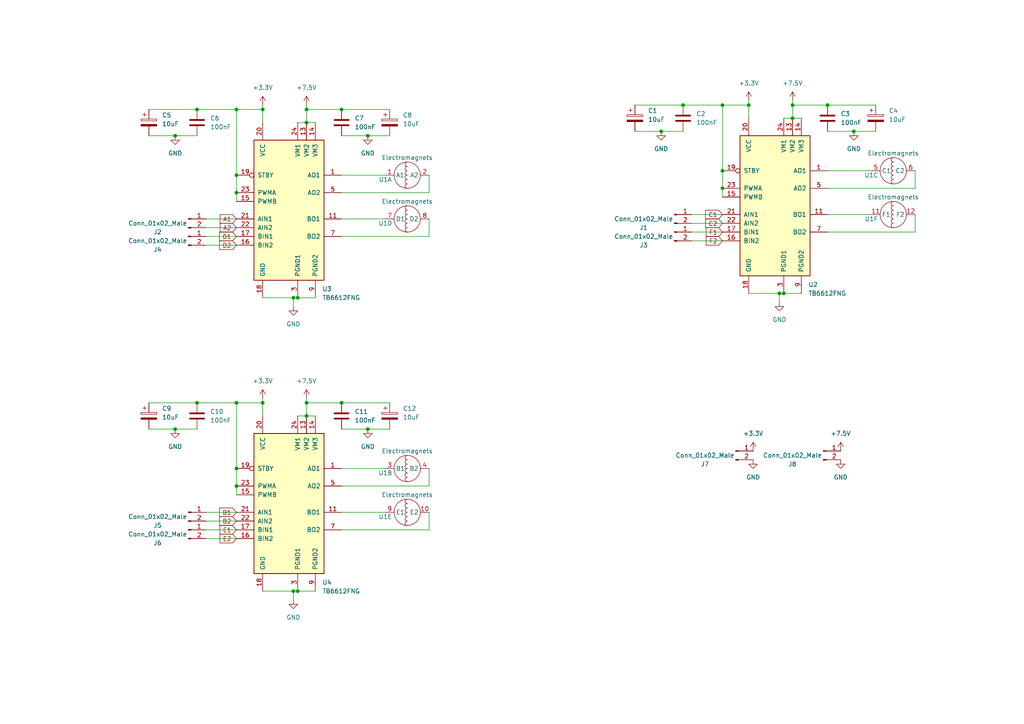
<source format=kicad_sch>
(kicad_sch (version 20250114) (generator "eeschema") (generator_version "9.0")
  (paper "A4")
  (lib_symbols
    (symbol "Connector:Conn_01x02_Male" (pin_names (offset 1.016) (hide yes))
      (property "Reference" "J" (at 0 2.54 0))
      (property "Value" "Conn_01x02_Male" (at 0 -5.08 0))
      (symbol "Conn_01x02_Male_1_1"
        (rectangle (start 0.8636 0.127) (end 0 -0.127) (stroke (width 0.1524)) (fill (type outline)))
        (rectangle (start 0.8636 -2.413) (end 0 -2.667) (stroke (width 0.1524)) (fill (type outline)))
        (polyline (pts (xy 1.27 0) (xy 0.8636 0)) (stroke (width 0.1524)))
        (polyline (pts (xy 1.27 -2.54) (xy 0.8636 -2.54)) (stroke (width 0.1524)))
        (pin passive line (at 5.08 0 180) (length 3.81) (name "Pin_1") (number "1"))
        (pin passive line (at 5.08 -2.54 180) (length 3.81) (name "Pin_2") (number "2"))
      )
    )
    (symbol "Device:C" (pin_numbers (hide yes)) (pin_names (offset 0.254))
      (property "Reference" "C" (at 0.635 2.54 0))
      (property "Value" "C" (at 0.635 -2.54 0))
      (symbol "C_0_1"
        (polyline (pts (xy -2.032 0.762) (xy 2.032 0.762)) (stroke (width 0.508)))
        (polyline (pts (xy -2.032 -0.762) (xy 2.032 -0.762)) (stroke (width 0.508)))
      )
      (symbol "C_1_1"
        (pin passive line (at 0 3.81 270) (length 2.794) (name "~") (number "1"))
        (pin passive line (at 0 -3.81 90) (length 2.794) (name "~") (number "2"))
      )
    )
    (symbol "Device:C_Polarized" (pin_numbers (hide yes)) (pin_names (offset 0.254))
      (property "Reference" "C" (at 0.635 2.54 0))
      (property "Value" "C_Polarized" (at 0.635 -2.54 0))
      (symbol "C_Polarized_0_1"
        (rectangle (start -2.286 0.508) (end 2.286 1.016))
        (polyline (pts (xy -1.778 2.286) (xy -0.762 2.286)))
        (polyline (pts (xy -1.27 2.794) (xy -1.27 1.778)))
        (rectangle (start 2.286 -0.508) (end -2.286 -1.016) (fill (type outline)))
      )
      (symbol "C_Polarized_1_1"
        (pin passive line (at 0 3.81 270) (length 2.794) (name "~") (number "1"))
        (pin passive line (at 0 -3.81 90) (length 2.794) (name "~") (number "2"))
      )
    )
    (symbol "Driver_Motor:TB6612FNG" (pin_names (offset 1.016))
      (property "Reference" "U" (at 11.43 17.78 0))
      (property "Value" "TB6612FNG" (at 11.43 15.24 0))
      (symbol "TB6612FNG_0_1"
        (rectangle (start -10.16 20.32) (end 10.16 -20.32) (stroke (width 0.254)) (fill (type background)))
      )
      (symbol "TB6612FNG_1_1"
        (pin input inverted (at -15.24 10.16 0) (length 5.08) (name "STBY") (number "19"))
        (pin input line (at -15.24 5.08 0) (length 5.08) (name "PWMA") (number "23"))
        (pin input line (at -15.24 2.54 0) (length 5.08) (name "PWMB") (number "15"))
        (pin input line (at -15.24 -2.54 0) (length 5.08) (name "AIN1") (number "21"))
        (pin input line (at -15.24 -5.08 0) (length 5.08) (name "AIN2") (number "22"))
        (pin input line (at -15.24 -7.62 0) (length 5.08) (name "BIN1") (number "17"))
        (pin input line (at -15.24 -10.16 0) (length 5.08) (name "BIN2") (number "16"))
        (pin power_in line (at -7.62 25.4 270) (length 5.08) (name "VCC") (number "20"))
        (pin power_in line (at -7.62 -25.4 90) (length 5.08) (name "GND") (number "18"))
        (pin power_in line (at 2.54 25.4 270) (length 5.08) (name "VM1") (number "24"))
        (pin power_in line (at 2.54 -25.4 90) (length 5.08) (name "PGND1") (number "3"))
        (pin passive line (at 2.54 -25.4 90) (length 5.08) (hide yes) (name "PGND1") (number "4"))
        (pin power_in line (at 5.08 25.4 270) (length 5.08) (name "VM2") (number "13"))
        (pin power_in line (at 7.62 25.4 270) (length 5.08) (name "VM3") (number "14"))
        (pin passive line (at 7.62 -25.4 90) (length 5.08) (hide yes) (name "PGND2") (number "10"))
        (pin power_in line (at 7.62 -25.4 90) (length 5.08) (name "PGND2") (number "9"))
        (pin output line (at 15.24 10.16 180) (length 5.08) (name "AO1") (number "1"))
        (pin passive line (at 15.24 10.16 180) (length 5.08) (hide yes) (name "AO1") (number "2"))
        (pin output line (at 15.24 5.08 180) (length 5.08) (name "AO2") (number "5"))
        (pin passive line (at 15.24 5.08 180) (length 5.08) (hide yes) (name "AO2") (number "6"))
        (pin output line (at 15.24 -2.54 180) (length 5.08) (name "BO1") (number "11"))
        (pin passive line (at 15.24 -2.54 180) (length 5.08) (hide yes) (name "BO1") (number "12"))
        (pin output line (at 15.24 -7.62 180) (length 5.08) (name "BO2") (number "7"))
        (pin passive line (at 15.24 -7.62 180) (length 5.08) (hide yes) (name "BO2") (number "8"))
      )
    )
    (symbol "Tesis:Electromagnets"
      (property "Reference" "U" (at 5.08 -1.27 0))
      (property "Value" "Electromagnets" (at 0 1.27 0))
      (symbol "Electromagnets_0_1"
        (arc (start 0 -1.27) (mid 0.6021 -1.905) (end 0 -2.54))
        (arc (start 0 -3.81) (mid 0.6021 -4.445) (end 0 -5.08))
        (arc (start 0 -6.35) (mid 0.6021 -6.985) (end 0 -7.62))
        (arc (start 0 -2.54) (mid 0.6238 -3.175) (end 0 -3.81))
        (arc (start 0 -5.08) (mid 0.6238 -5.715) (end 0 -6.35))
        (arc (start 0 -7.62) (mid 0.6238 -8.255) (end 0 -8.89))
        (circle (center 0 -5.08) (radius 3.81))
      )
      (symbol "Electromagnets_1_1"
        (pin passive line (at -6.35 -5.08 0) (length 2.54) (name "A2") (number "2"))
        (pin passive line (at 6.35 -5.08 180) (length 2.54) (name "A1") (number "1"))
      )
      (symbol "Electromagnets_2_1"
        (pin passive line (at -6.35 -5.08 0) (length 2.54) (name "B2") (number "4"))
        (pin passive line (at 6.35 -5.08 180) (length 2.54) (name "B1") (number "3"))
      )
      (symbol "Electromagnets_3_1"
        (pin passive line (at -6.35 -5.08 0) (length 2.54) (name "C2") (number "6"))
        (pin passive line (at 6.35 -5.08 180) (length 2.54) (name "C1") (number "5"))
      )
      (symbol "Electromagnets_4_1"
        (pin passive line (at -6.35 -5.08 0) (length 2.54) (name "D2") (number "8"))
        (pin passive line (at 6.35 -5.08 180) (length 2.54) (name "D1") (number "7"))
      )
      (symbol "Electromagnets_5_1"
        (pin passive line (at -6.35 -5.08 0) (length 2.54) (name "E2") (number "10"))
        (pin passive line (at 6.35 -5.08 180) (length 2.54) (name "E1") (number "9"))
      )
      (symbol "Electromagnets_6_1"
        (pin passive line (at -6.35 -5.08 0) (length 2.54) (name "F2") (number "12"))
        (pin passive line (at 6.35 -5.08 180) (length 2.54) (name "F1") (number "11"))
      )
    )
    (symbol "power:+3.3V" (power) (pin_names (offset 0))
      (property "Value" "+3.3V" (at 0 3.556 0))
      (symbol "+3.3V_0_1"
        (polyline (pts (xy -0.762 1.27) (xy 0 2.54)))
        (polyline (pts (xy 0 2.54) (xy 0.762 1.27)))
        (polyline (pts (xy 0 0) (xy 0 2.54)))
      )
      (symbol "+3.3V_1_1"
        (pin power_in line (at 0 0 90) (length 0) (hide yes) (name "+3.3V") (number "1"))
      )
    )
    (symbol "power:+7.5V" (power) (pin_names (offset 0))
      (property "Value" "+7.5V" (at 0 3.556 0))
      (symbol "+7.5V_0_1"
        (polyline (pts (xy -0.762 1.27) (xy 0 2.54)))
        (polyline (pts (xy 0 2.54) (xy 0.762 1.27)))
        (polyline (pts (xy 0 0) (xy 0 2.54)))
      )
      (symbol "+7.5V_1_1"
        (pin power_in line (at 0 0 90) (length 0) (hide yes) (name "+7.5V") (number "1"))
      )
    )
    (symbol "power:GND" (power) (pin_names (offset 0))
      (property "Value" "GND" (at 0 -3.81 0))
      (symbol "GND_0_1"
        (polyline (pts (xy 0 0) (xy 0 -1.27) (xy 1.27 -1.27) (xy 0 -2.54) (xy -1.27 -1.27) (xy 0 -1.27)))
      )
      (symbol "GND_1_1"
        (pin power_in line (at 0 0 270) (length 0) (hide yes) (name "GND") (number "1"))
      )
    )
  )
  (junction (at 88.9 35.56))
  (junction (at 68.58 140.97))
  (junction (at 85.09 86.36))
  (junction (at 226.06 85.09))
  (junction (at 209.55 49.53))
  (junction (at 191.77 38.1))
  (junction (at 57.15 116.84))
  (junction (at 198.12 30.48))
  (junction (at 50.8 124.46))
  (junction (at 88.9 116.84))
  (junction (at 50.8 39.37))
  (junction (at 88.9 120.65))
  (junction (at 209.55 54.61))
  (junction (at 229.87 34.29))
  (junction (at 99.06 116.84))
  (junction (at 76.2 31.75))
  (junction (at 68.58 135.89))
  (junction (at 85.09 171.45))
  (junction (at 217.17 30.48))
  (junction (at 106.68 124.46))
  (junction (at 106.68 39.37))
  (junction (at 247.65 38.1))
  (junction (at 227.33 85.09))
  (junction (at 86.36 171.45))
  (junction (at 76.2 116.84))
  (junction (at 68.58 50.8))
  (junction (at 68.58 116.84))
  (junction (at 99.06 31.75))
  (junction (at 229.87 30.48))
  (junction (at 86.36 86.36))
  (junction (at 240.03 30.48))
  (junction (at 68.58 31.75))
  (junction (at 88.9 31.75))
  (junction (at 68.58 55.88))
  (junction (at 209.55 30.48))
  (junction (at 57.15 31.75))
  (wire (pts (xy 265.43 67.31) (xy 240.03 67.31)))
  (wire (pts (xy 59.69 148.59) (xy 68.58 148.59)))
  (wire (pts (xy 240.03 30.48) (xy 254 30.48)))
  (wire (pts (xy 43.18 124.46) (xy 50.8 124.46)))
  (wire (pts (xy 229.87 29.21) (xy 229.87 30.48)))
  (wire (pts (xy 265.43 62.23) (xy 265.43 67.31)))
  (wire (pts (xy 50.8 39.37) (xy 57.15 39.37)))
  (wire (pts (xy 59.69 63.5) (xy 68.58 63.5)))
  (wire (pts (xy 85.09 171.45) (xy 86.36 171.45)))
  (wire (pts (xy 68.58 58.42) (xy 68.58 55.88)))
  (wire (pts (xy 217.17 29.21) (xy 217.17 30.48)))
  (wire (pts (xy 85.09 173.99) (xy 85.09 171.45)))
  (wire (pts (xy 209.55 54.61) (xy 209.55 49.53)))
  (wire (pts (xy 124.46 63.5) (xy 124.46 68.58)))
  (wire (pts (xy 88.9 31.75) (xy 88.9 35.56)))
  (wire (pts (xy 99.06 135.89) (xy 111.76 135.89)))
  (wire (pts (xy 68.58 55.88) (xy 68.58 50.8)))
  (wire (pts (xy 59.69 71.12) (xy 68.58 71.12)))
  (wire (pts (xy 124.46 153.67) (xy 99.06 153.67)))
  (wire (pts (xy 124.46 68.58) (xy 99.06 68.58)))
  (wire (pts (xy 99.06 63.5) (xy 111.76 63.5)))
  (wire (pts (xy 43.18 31.75) (xy 57.15 31.75)))
  (wire (pts (xy 124.46 140.97) (xy 124.46 135.89)))
  (wire (pts (xy 68.58 116.84) (xy 68.58 135.89)))
  (wire (pts (xy 88.9 31.75) (xy 99.06 31.75)))
  (wire (pts (xy 217.17 30.48) (xy 217.17 34.29)))
  (wire (pts (xy 265.43 49.53) (xy 265.43 54.61)))
  (wire (pts (xy 209.55 49.53) (xy 209.55 30.48)))
  (wire (pts (xy 240.03 54.61) (xy 265.43 54.61)))
  (wire (pts (xy 76.2 31.75) (xy 76.2 35.56)))
  (wire (pts (xy 57.15 116.84) (xy 68.58 116.84)))
  (wire (pts (xy 247.65 38.1) (xy 240.03 38.1)))
  (wire (pts (xy 209.55 57.15) (xy 209.55 54.61)))
  (wire (pts (xy 99.06 31.75) (xy 113.03 31.75)))
  (wire (pts (xy 68.58 140.97) (xy 68.58 135.89)))
  (wire (pts (xy 88.9 120.65) (xy 91.44 120.65)))
  (wire (pts (xy 68.58 50.8) (xy 68.58 31.75)))
  (wire (pts (xy 86.36 86.36) (xy 91.44 86.36)))
  (wire (pts (xy 76.2 115.57) (xy 76.2 116.84)))
  (wire (pts (xy 88.9 116.84) (xy 99.06 116.84)))
  (wire (pts (xy 59.69 68.58) (xy 68.58 68.58)))
  (wire (pts (xy 43.18 116.84) (xy 57.15 116.84)))
  (wire (pts (xy 198.12 30.48) (xy 209.55 30.48)))
  (wire (pts (xy 99.06 148.59) (xy 111.76 148.59)))
  (wire (pts (xy 86.36 120.65) (xy 88.9 120.65)))
  (wire (pts (xy 191.77 38.1) (xy 198.12 38.1)))
  (wire (pts (xy 59.69 66.04) (xy 68.58 66.04)))
  (wire (pts (xy 57.15 31.75) (xy 68.58 31.75)))
  (wire (pts (xy 76.2 31.75) (xy 76.2 30.48)))
  (wire (pts (xy 229.87 30.48) (xy 240.03 30.48)))
  (wire (pts (xy 226.06 85.09) (xy 227.33 85.09)))
  (wire (pts (xy 86.36 35.56) (xy 88.9 35.56)))
  (wire (pts (xy 106.68 124.46) (xy 99.06 124.46)))
  (wire (pts (xy 76.2 86.36) (xy 85.09 86.36)))
  (wire (pts (xy 200.66 67.31) (xy 209.55 67.31)))
  (wire (pts (xy 85.09 86.36) (xy 86.36 86.36)))
  (wire (pts (xy 88.9 116.84) (xy 88.9 120.65)))
  (wire (pts (xy 68.58 116.84) (xy 76.2 116.84)))
  (wire (pts (xy 200.66 69.85) (xy 209.55 69.85)))
  (wire (pts (xy 247.65 38.1) (xy 254 38.1)))
  (wire (pts (xy 240.03 49.53) (xy 252.73 49.53)))
  (wire (pts (xy 209.55 30.48) (xy 217.17 30.48)))
  (wire (pts (xy 184.15 38.1) (xy 191.77 38.1)))
  (wire (pts (xy 106.68 39.37) (xy 113.03 39.37)))
  (wire (pts (xy 200.66 64.77) (xy 209.55 64.77)))
  (wire (pts (xy 106.68 124.46) (xy 113.03 124.46)))
  (wire (pts (xy 88.9 31.75) (xy 88.9 30.48)))
  (wire (pts (xy 200.66 62.23) (xy 209.55 62.23)))
  (wire (pts (xy 124.46 55.88) (xy 124.46 50.8)))
  (wire (pts (xy 59.69 156.21) (xy 68.58 156.21)))
  (wire (pts (xy 226.06 87.63) (xy 226.06 85.09)))
  (wire (pts (xy 240.03 62.23) (xy 252.73 62.23)))
  (wire (pts (xy 68.58 31.75) (xy 76.2 31.75)))
  (wire (pts (xy 229.87 34.29) (xy 232.41 34.29)))
  (wire (pts (xy 99.06 116.84) (xy 113.03 116.84)))
  (wire (pts (xy 59.69 151.13) (xy 68.58 151.13)))
  (wire (pts (xy 86.36 171.45) (xy 91.44 171.45)))
  (wire (pts (xy 43.18 39.37) (xy 50.8 39.37)))
  (wire (pts (xy 68.58 143.51) (xy 68.58 140.97)))
  (wire (pts (xy 88.9 35.56) (xy 91.44 35.56)))
  (wire (pts (xy 229.87 30.48) (xy 229.87 34.29)))
  (wire (pts (xy 76.2 116.84) (xy 76.2 120.65)))
  (wire (pts (xy 76.2 171.45) (xy 85.09 171.45)))
  (wire (pts (xy 85.09 88.9) (xy 85.09 86.36)))
  (wire (pts (xy 99.06 55.88) (xy 124.46 55.88)))
  (wire (pts (xy 106.68 39.37) (xy 99.06 39.37)))
  (wire (pts (xy 227.33 85.09) (xy 232.41 85.09)))
  (wire (pts (xy 99.06 140.97) (xy 124.46 140.97)))
  (wire (pts (xy 99.06 50.8) (xy 111.76 50.8)))
  (wire (pts (xy 184.15 30.48) (xy 198.12 30.48)))
  (wire (pts (xy 88.9 115.57) (xy 88.9 116.84)))
  (wire (pts (xy 50.8 124.46) (xy 57.15 124.46)))
  (wire (pts (xy 124.46 148.59) (xy 124.46 153.67)))
  (wire (pts (xy 217.17 85.09) (xy 226.06 85.09)))
  (wire (pts (xy 59.69 153.67) (xy 68.58 153.67)))
  (wire (pts (xy 227.33 34.29) (xy 229.87 34.29)))
  (global_label "F1" (shape input) (at 209.55 67.31 180) (property "Intersheetrefs" "${INTERSHEET_REFS}" (effects (hide yes))))
  (global_label "D1" (shape input) (at 68.58 68.58 180) (property "Intersheetrefs" "${INTERSHEET_REFS}" (effects (hide yes))))
  (global_label "D2" (shape input) (at 68.58 71.12 180) (property "Intersheetrefs" "${INTERSHEET_REFS}" (effects (hide yes))))
  (global_label "F2" (shape input) (at 209.55 69.85 180) (property "Intersheetrefs" "${INTERSHEET_REFS}" (effects (hide yes))))
  (global_label "E1" (shape input) (at 68.58 153.67 180) (property "Intersheetrefs" "${INTERSHEET_REFS}" (effects (hide yes))))
  (global_label "A2" (shape input) (at 68.58 66.04 180) (property "Intersheetrefs" "${INTERSHEET_REFS}" (effects (hide yes))))
  (global_label "B2" (shape input) (at 68.58 151.13 180) (property "Intersheetrefs" "${INTERSHEET_REFS}" (effects (hide yes))))
  (global_label "E2" (shape input) (at 68.58 156.21 180) (property "Intersheetrefs" "${INTERSHEET_REFS}" (effects (hide yes))))
  (global_label "A1" (shape input) (at 68.58 63.5 180) (property "Intersheetrefs" "${INTERSHEET_REFS}" (effects (hide yes))))
  (global_label "B1" (shape input) (at 68.58 148.59 180) (property "Intersheetrefs" "${INTERSHEET_REFS}" (effects (hide yes))))
  (global_label "C2" (shape input) (at 209.55 64.77 180) (property "Intersheetrefs" "${INTERSHEET_REFS}" (effects (hide yes))))
  (global_label "C1" (shape input) (at 209.55 62.23 180) (property "Intersheetrefs" "${INTERSHEET_REFS}" (effects (hide yes))))
  (symbol (lib_id "power:+3.3V") (at 217.17 29.21 0) (unit 1)
    (property "Reference" "#PWR01" (effects (hide yes)))
    (property "Value" "+3.3V" (at 217.17 24.13 0))
  )
  (symbol (lib_id "Connector:Conn_01x02_Male") (at 54.61 63.5 0) (unit 1)
    (property "Reference" "J2" (at 45.72 67.31 0))
    (property "Value" "Conn_01x02_Male" (at 45.72 64.77 0))
    (property "Footprint" "Connector_PinHeader_2.54mm:PinHeader_1x02_P2.54mm_Vertical" (effects (hide yes)))
  )
  (symbol (lib_id "power:GND") (at 50.8 124.46 0) (unit 1)
    (property "Reference" "#PWR0102" (effects (hide yes)))
    (property "Value" "GND" (at 50.8 129.54 0))
  )
  (symbol (lib_id "Device:C_Polarized") (at 254 34.29 0) (unit 1)
    (property "Reference" "C4" (at 257.81 32.1309 0) (effects (justify left)))
    (property "Value" "10uF" (at 257.81 34.6709 0) (effects (justify left)))
    (property "Footprint" "Capacitor_SMD:C_0603_1608Metric_Pad1.08x0.95mm_HandSolder" (effects (hide yes)))
  )
  (symbol (lib_id "Device:C_Polarized") (at 43.18 120.65 0) (unit 1)
    (property "Reference" "C9" (at 46.99 118.4909 0) (effects (justify left)))
    (property "Value" "10uF" (at 46.99 121.0309 0) (effects (justify left)))
    (property "Footprint" "Capacitor_SMD:C_0603_1608Metric_Pad1.08x0.95mm_HandSolder" (effects (hide yes)))
  )
  (symbol (lib_id "Driver_Motor:TB6612FNG") (at 83.82 146.05 0) (unit 1)
    (property "Reference" "U4" (at 93.4594 168.91 0) (effects (justify left)))
    (property "Value" "TB6612FNG" (at 93.4594 171.45 0) (effects (justify left)))
    (property "Footprint" "Package_SO:SSOP-24_5.3x8.2mm_P0.65mm" (effects (hide yes)))
    (property "Datasheet" "https://toshiba.semicon-storage.com/us/product/linear/motordriver/detail.TB6612FNG.html" (effects (hide yes)))
  )
  (symbol (lib_id "Device:C_Polarized") (at 43.18 35.56 0) (unit 1)
    (property "Reference" "C5" (at 46.99 33.4009 0) (effects (justify left)))
    (property "Value" "10uF" (at 46.99 35.9409 0) (effects (justify left)))
    (property "Footprint" "Capacitor_SMD:C_0603_1608Metric_Pad1.08x0.95mm_HandSolder" (effects (hide yes)))
  )
  (symbol (lib_id "power:+3.3V") (at 76.2 115.57 0) (unit 1)
    (property "Reference" "#PWR011" (effects (hide yes)))
    (property "Value" "+3.3V" (at 76.2 110.49 0))
  )
  (symbol (lib_id "Connector:Conn_01x02_Male") (at 54.61 148.59 0) (unit 1)
    (property "Reference" "J5" (at 45.72 152.4 0))
    (property "Value" "Conn_01x02_Male" (at 45.72 149.86 0))
    (property "Footprint" "Connector_PinHeader_2.54mm:PinHeader_1x02_P2.54mm_Vertical" (effects (hide yes)))
  )
  (symbol (lib_id "power:+7.5V") (at 88.9 115.57 0) (unit 1)
    (property "Reference" "#PWR012" (effects (hide yes)))
    (property "Value" "+7.5V" (at 88.9 110.49 0))
  )
  (symbol (lib_id "Tesis:Electromagnets") (at 118.11 143.51 0) (mirror y) (unit 5)
    (property "Reference" "U1" (at 111.76 149.86 0))
    (property "Value" "Electromagnets" (at 118.11 143.51 0))
    (property "Footprint" "Tesis:Electromagnets" (effects (hide yes)))
  )
  (symbol (lib_id "power:GND") (at 85.09 88.9 0) (unit 1)
    (property "Reference" "#PWR010" (effects (hide yes)))
    (property "Value" "GND" (at 85.09 93.98 0))
  )
  (symbol (lib_id "Connector:Conn_01x02_Male") (at 195.58 62.23 0) (unit 1)
    (property "Reference" "J1" (at 186.69 66.04 0))
    (property "Value" "Conn_01x02_Male" (at 186.69 63.5 0))
    (property "Footprint" "Connector_PinHeader_2.54mm:PinHeader_1x02_P2.54mm_Vertical" (effects (hide yes)))
  )
  (symbol (lib_id "Device:C") (at 198.12 34.29 0) (unit 1)
    (property "Reference" "C2" (at 201.93 33.0199 0) (effects (justify left)))
    (property "Value" "100nF" (at 201.93 35.5599 0) (effects (justify left)))
    (property "Footprint" "Capacitor_SMD:C_0603_1608Metric_Pad1.08x0.95mm_HandSolder" (effects (hide yes)))
  )
  (symbol (lib_id "Device:C_Polarized") (at 184.15 34.29 0) (unit 1)
    (property "Reference" "C1" (at 187.96 32.1309 0) (effects (justify left)))
    (property "Value" "10uF" (at 187.96 34.6709 0) (effects (justify left)))
    (property "Footprint" "Capacitor_SMD:C_0603_1608Metric_Pad1.08x0.95mm_HandSolder" (effects (hide yes)))
  )
  (symbol (lib_id "Device:C") (at 99.06 35.56 0) (unit 1)
    (property "Reference" "C7" (at 102.87 34.2899 0) (effects (justify left)))
    (property "Value" "100nF" (at 102.87 36.8299 0) (effects (justify left)))
    (property "Footprint" "Capacitor_SMD:C_0603_1608Metric_Pad1.08x0.95mm_HandSolder" (effects (hide yes)))
  )
  (symbol (lib_id "power:GND") (at 226.06 87.63 0) (unit 1)
    (property "Reference" "#PWR09" (effects (hide yes)))
    (property "Value" "GND" (at 226.06 92.71 0))
  )
  (symbol (lib_id "Connector:Conn_01x02_Male") (at 54.61 68.58 0) (unit 1)
    (property "Reference" "J4" (at 45.72 72.39 0))
    (property "Value" "Conn_01x02_Male" (at 45.72 69.85 0))
    (property "Footprint" "Connector_PinHeader_2.54mm:PinHeader_1x02_P2.54mm_Vertical" (effects (hide yes)))
  )
  (symbol (lib_id "power:GND") (at 191.77 38.1 0) (unit 1)
    (property "Reference" "#PWR0101" (effects (hide yes)))
    (property "Value" "GND" (at 191.77 43.18 0))
  )
  (symbol (lib_id "Driver_Motor:TB6612FNG") (at 83.82 60.96 0) (unit 1)
    (property "Reference" "U3" (at 93.4594 83.82 0) (effects (justify left)))
    (property "Value" "TB6612FNG" (at 93.4594 86.36 0) (effects (justify left)))
    (property "Footprint" "Package_SO:SSOP-24_5.3x8.2mm_P0.65mm" (effects (hide yes)))
    (property "Datasheet" "https://toshiba.semicon-storage.com/us/product/linear/motordriver/detail.TB6612FNG.html" (effects (hide yes)))
  )
  (symbol (lib_id "power:+7.5V") (at 88.9 30.48 0) (unit 1)
    (property "Reference" "#PWR04" (effects (hide yes)))
    (property "Value" "+7.5V" (at 88.9 25.4 0))
  )
  (symbol (lib_id "Device:C_Polarized") (at 113.03 120.65 0) (unit 1)
    (property "Reference" "C12" (at 116.84 118.4909 0) (effects (justify left)))
    (property "Value" "10uF" (at 116.84 121.0309 0) (effects (justify left)))
    (property "Footprint" "Capacitor_SMD:C_0603_1608Metric_Pad1.08x0.95mm_HandSolder" (effects (hide yes)))
  )
  (symbol (lib_id "Device:C_Polarized") (at 113.03 35.56 0) (unit 1)
    (property "Reference" "C8" (at 116.84 33.4009 0) (effects (justify left)))
    (property "Value" "10uF" (at 116.84 35.9409 0) (effects (justify left)))
    (property "Footprint" "Capacitor_SMD:C_0603_1608Metric_Pad1.08x0.95mm_HandSolder" (effects (hide yes)))
  )
  (symbol (lib_id "power:GND") (at 106.68 124.46 0) (unit 1)
    (property "Reference" "#PWR0103" (effects (hide yes)))
    (property "Value" "GND" (at 106.68 129.54 0))
  )
  (symbol (lib_id "Device:C") (at 99.06 120.65 0) (unit 1)
    (property "Reference" "C11" (at 102.87 119.3799 0) (effects (justify left)))
    (property "Value" "100nF" (at 102.87 121.9199 0) (effects (justify left)))
    (property "Footprint" "Capacitor_SMD:C_0603_1608Metric_Pad1.08x0.95mm_HandSolder" (effects (hide yes)))
  )
  (symbol (lib_id "Connector:Conn_01x02_Male") (at 238.76 130.81 0) (unit 1)
    (property "Reference" "J8" (at 229.87 134.62 0))
    (property "Value" "Conn_01x02_Male" (at 229.87 132.08 0))
    (property "Footprint" "Connector_PinHeader_2.54mm:PinHeader_1x02_P2.54mm_Vertical" (effects (hide yes)))
  )
  (symbol (lib_id "Device:C") (at 240.03 34.29 0) (unit 1)
    (property "Reference" "C3" (at 243.84 33.0199 0) (effects (justify left)))
    (property "Value" "100nF" (at 243.84 35.5599 0) (effects (justify left)))
    (property "Footprint" "Capacitor_SMD:C_0603_1608Metric_Pad1.08x0.95mm_HandSolder" (effects (hide yes)))
  )
  (symbol (lib_id "power:GND") (at 85.09 173.99 0) (unit 1)
    (property "Reference" "#PWR015" (effects (hide yes)))
    (property "Value" "GND" (at 85.09 179.07 0))
  )
  (symbol (lib_id "Driver_Motor:TB6612FNG") (at 224.79 59.69 0) (unit 1)
    (property "Reference" "U2" (at 234.4294 82.55 0) (effects (justify left)))
    (property "Value" "TB6612FNG" (at 234.4294 85.09 0) (effects (justify left)))
    (property "Footprint" "Package_SO:SSOP-24_5.3x8.2mm_P0.65mm" (effects (hide yes)))
    (property "Datasheet" "https://toshiba.semicon-storage.com/us/product/linear/motordriver/detail.TB6612FNG.html" (effects (hide yes)))
  )
  (symbol (lib_id "Connector:Conn_01x02_Male") (at 195.58 67.31 0) (unit 1)
    (property "Reference" "J3" (at 186.69 71.12 0))
    (property "Value" "Conn_01x02_Male" (at 186.69 68.58 0))
    (property "Footprint" "Connector_PinHeader_2.54mm:PinHeader_1x02_P2.54mm_Vertical" (effects (hide yes)))
  )
  (symbol (lib_id "Tesis:Electromagnets") (at 259.08 54.61 180) (unit 3)
    (property "Reference" "U1" (at 252.73 50.8 0))
    (property "Value" "Electromagnets" (at 259.08 44.45 0))
    (property "Footprint" "Tesis:Electromagnets" (effects (hide yes)))
  )
  (symbol (lib_id "Tesis:Electromagnets") (at 118.11 58.42 0) (mirror y) (unit 4)
    (property "Reference" "U1" (at 111.76 64.77 0))
    (property "Value" "Electromagnets" (at 118.11 58.42 0))
    (property "Footprint" "Tesis:Electromagnets" (effects (hide yes)))
  )
  (symbol (lib_id "power:+7.5V") (at 243.84 130.81 0) (unit 1)
    (property "Reference" "#PWR0106" (effects (hide yes)))
    (property "Value" "+7.5V" (at 243.84 125.73 0))
  )
  (symbol (lib_id "power:GND") (at 106.68 39.37 0) (unit 1)
    (property "Reference" "#PWR08" (effects (hide yes)))
    (property "Value" "GND" (at 106.68 44.45 0))
  )
  (symbol (lib_id "power:+3.3V") (at 218.44 130.81 0) (unit 1)
    (property "Reference" "#PWR0107" (effects (hide yes)))
    (property "Value" "+3.3V" (at 218.44 125.73 0))
  )
  (symbol (lib_id "Tesis:Electromagnets") (at 118.11 140.97 180) (unit 2)
    (property "Reference" "U1" (at 111.76 137.16 0))
    (property "Value" "Electromagnets" (at 118.11 130.81 0))
    (property "Footprint" "Tesis:Electromagnets" (effects (hide yes)))
  )
  (symbol (lib_id "power:GND") (at 243.84 133.35 0) (unit 1)
    (property "Reference" "#PWR0108" (effects (hide yes)))
    (property "Value" "GND" (at 243.84 138.43 0))
  )
  (symbol (lib_id "power:GND") (at 50.8 39.37 0) (unit 1)
    (property "Reference" "#PWR07" (effects (hide yes)))
    (property "Value" "GND" (at 50.8 44.45 0))
  )
  (symbol (lib_id "Tesis:Electromagnets") (at 118.11 55.88 180) (unit 1)
    (property "Reference" "U1" (at 111.76 52.07 0))
    (property "Value" "Electromagnets" (at 118.11 45.72 0))
    (property "Footprint" "Tesis:Electromagnets" (effects (hide yes)))
  )
  (symbol (lib_id "Device:C") (at 57.15 120.65 0) (unit 1)
    (property "Reference" "C10" (at 60.96 119.3799 0) (effects (justify left)))
    (property "Value" "100nF" (at 60.96 121.9199 0) (effects (justify left)))
    (property "Footprint" "Capacitor_SMD:C_0603_1608Metric_Pad1.08x0.95mm_HandSolder" (effects (hide yes)))
  )
  (symbol (lib_id "power:GND") (at 247.65 38.1 0) (unit 1)
    (property "Reference" "#PWR0104" (effects (hide yes)))
    (property "Value" "GND" (at 247.65 43.18 0))
  )
  (symbol (lib_id "Tesis:Electromagnets") (at 259.08 57.15 0) (mirror y) (unit 6)
    (property "Reference" "U1" (at 252.73 63.5 0))
    (property "Value" "Electromagnets" (at 259.08 57.15 0))
    (property "Footprint" "Tesis:Electromagnets" (effects (hide yes)))
  )
  (symbol (lib_id "Connector:Conn_01x02_Male") (at 213.36 130.81 0) (unit 1)
    (property "Reference" "J7" (at 204.47 134.62 0))
    (property "Value" "Conn_01x02_Male" (at 204.47 132.08 0))
    (property "Footprint" "Connector_PinHeader_2.54mm:PinHeader_1x02_P2.54mm_Vertical" (effects (hide yes)))
  )
  (symbol (lib_id "Device:C") (at 57.15 35.56 0) (unit 1)
    (property "Reference" "C6" (at 60.96 34.2899 0) (effects (justify left)))
    (property "Value" "100nF" (at 60.96 36.8299 0) (effects (justify left)))
    (property "Footprint" "Capacitor_SMD:C_0603_1608Metric_Pad1.08x0.95mm_HandSolder" (effects (hide yes)))
  )
  (symbol (lib_id "power:+3.3V") (at 76.2 30.48 0) (unit 1)
    (property "Reference" "#PWR03" (effects (hide yes)))
    (property "Value" "+3.3V" (at 76.2 25.4 0))
  )
  (symbol (lib_id "power:GND") (at 218.44 133.35 0) (unit 1)
    (property "Reference" "#PWR0105" (effects (hide yes)))
    (property "Value" "GND" (at 218.44 138.43 0))
  )
  (symbol (lib_id "Connector:Conn_01x02_Male") (at 54.61 153.67 0) (unit 1)
    (property "Reference" "J6" (at 45.72 157.48 0))
    (property "Value" "Conn_01x02_Male" (at 45.72 154.94 0))
    (property "Footprint" "Connector_PinHeader_2.54mm:PinHeader_1x02_P2.54mm_Vertical" (effects (hide yes)))
  )
  (symbol (lib_id "power:+7.5V") (at 229.87 29.21 0) (unit 1)
    (property "Reference" "#PWR02" (effects (hide yes)))
    (property "Value" "+7.5V" (at 229.87 24.13 0))
  )
)
</source>
